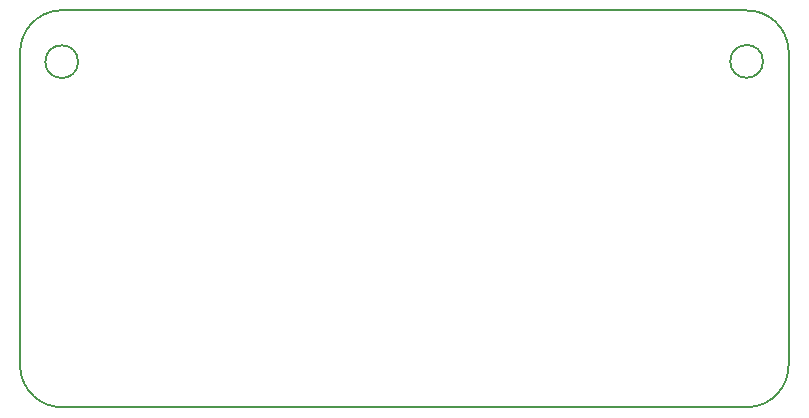
<source format=gm1>
G04 #@! TF.FileFunction,Profile,NP*
%FSLAX46Y46*%
G04 Gerber Fmt 4.6, Leading zero omitted, Abs format (unit mm)*
G04 Created by KiCad (PCBNEW 4.0.7) date 01/19/18 22:00:28*
%MOMM*%
%LPD*%
G01*
G04 APERTURE LIST*
%ADD10C,0.100000*%
%ADD11C,0.150000*%
G04 APERTURE END LIST*
D10*
D11*
X183783272Y-91897200D02*
G75*
G03X183783272Y-91897200I-1385872J0D01*
G01*
X125795072Y-91922600D02*
G75*
G03X125795072Y-91922600I-1385872J0D01*
G01*
X124256800Y-87579201D02*
G75*
G03X120890558Y-91247352I177058J-3541151D01*
G01*
X120891301Y-117806998D02*
G75*
G03X124559452Y-121173240I3541151J177058D01*
G01*
X182587900Y-121170699D02*
G75*
G03X185954142Y-117502548I-177058J3541151D01*
G01*
X185951251Y-90945442D02*
G75*
G03X182283100Y-87579200I-3541151J-177058D01*
G01*
X185951252Y-117502600D02*
X185951252Y-90945442D01*
X124559452Y-121173240D02*
X182587900Y-121173240D01*
X120891300Y-91247352D02*
X120891300Y-117806800D01*
X182283100Y-87579200D02*
X124256800Y-87579200D01*
M02*

</source>
